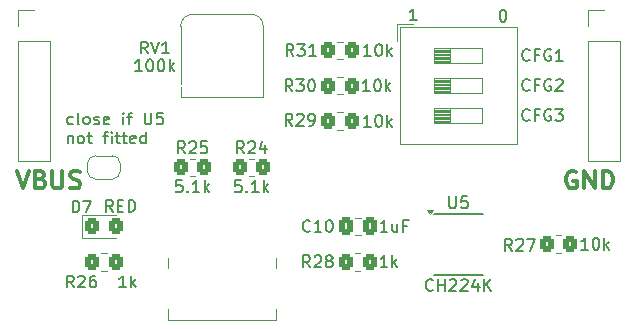
<source format=gto>
%TF.GenerationSoftware,KiCad,Pcbnew,8.0.4*%
%TF.CreationDate,2025-01-04T18:25:06+00:00*%
%TF.ProjectId,breadboard_usb,62726561-6462-46f6-9172-645f7573622e,rev?*%
%TF.SameCoordinates,Original*%
%TF.FileFunction,Legend,Top*%
%TF.FilePolarity,Positive*%
%FSLAX46Y46*%
G04 Gerber Fmt 4.6, Leading zero omitted, Abs format (unit mm)*
G04 Created by KiCad (PCBNEW 8.0.4) date 2025-01-04 18:25:06*
%MOMM*%
%LPD*%
G01*
G04 APERTURE LIST*
G04 Aperture macros list*
%AMRoundRect*
0 Rectangle with rounded corners*
0 $1 Rounding radius*
0 $2 $3 $4 $5 $6 $7 $8 $9 X,Y pos of 4 corners*
0 Add a 4 corners polygon primitive as box body*
4,1,4,$2,$3,$4,$5,$6,$7,$8,$9,$2,$3,0*
0 Add four circle primitives for the rounded corners*
1,1,$1+$1,$2,$3*
1,1,$1+$1,$4,$5*
1,1,$1+$1,$6,$7*
1,1,$1+$1,$8,$9*
0 Add four rect primitives between the rounded corners*
20,1,$1+$1,$2,$3,$4,$5,0*
20,1,$1+$1,$4,$5,$6,$7,0*
20,1,$1+$1,$6,$7,$8,$9,0*
20,1,$1+$1,$8,$9,$2,$3,0*%
%AMFreePoly0*
4,1,19,0.500000,-0.750000,0.000000,-0.750000,0.000000,-0.744911,-0.071157,-0.744911,-0.207708,-0.704816,-0.327430,-0.627875,-0.420627,-0.520320,-0.479746,-0.390866,-0.500000,-0.250000,-0.500000,0.250000,-0.479746,0.390866,-0.420627,0.520320,-0.327430,0.627875,-0.207708,0.704816,-0.071157,0.744911,0.000000,0.744911,0.000000,0.750000,0.500000,0.750000,0.500000,-0.750000,0.500000,-0.750000,
$1*%
%AMFreePoly1*
4,1,19,0.000000,0.744911,0.071157,0.744911,0.207708,0.704816,0.327430,0.627875,0.420627,0.520320,0.479746,0.390866,0.500000,0.250000,0.500000,-0.250000,0.479746,-0.390866,0.420627,-0.520320,0.327430,-0.627875,0.207708,-0.704816,0.071157,-0.744911,0.000000,-0.744911,0.000000,-0.750000,-0.500000,-0.750000,-0.500000,0.750000,0.000000,0.750000,0.000000,0.744911,0.000000,0.744911,
$1*%
G04 Aperture macros list end*
%ADD10C,0.200000*%
%ADD11C,0.300000*%
%ADD12C,0.150000*%
%ADD13C,0.120000*%
%ADD14C,0.100000*%
%ADD15RoundRect,0.250000X0.350000X0.450000X-0.350000X0.450000X-0.350000X-0.450000X0.350000X-0.450000X0*%
%ADD16FreePoly0,180.000000*%
%ADD17FreePoly1,180.000000*%
%ADD18RoundRect,0.250000X0.337500X0.475000X-0.337500X0.475000X-0.337500X-0.475000X0.337500X-0.475000X0*%
%ADD19R,1.600000X1.600000*%
%ADD20O,1.600000X1.600000*%
%ADD21O,2.000000X3.000000*%
%ADD22R,2.300000X3.200000*%
%ADD23R,1.100000X0.510000*%
%ADD24R,1.700000X1.700000*%
%ADD25O,1.700000X1.700000*%
%ADD26RoundRect,0.250000X-0.325000X-0.450000X0.325000X-0.450000X0.325000X0.450000X-0.325000X0.450000X0*%
%ADD27RoundRect,0.250000X-0.350000X-0.450000X0.350000X-0.450000X0.350000X0.450000X-0.350000X0.450000X0*%
%ADD28C,1.800000*%
%ADD29O,0.600000X1.700000*%
%ADD30C,0.650000*%
%ADD31R,0.600000X2.000000*%
%ADD32R,0.300000X2.000000*%
%ADD33O,1.300000X1.900000*%
G04 APERTURE END LIST*
D10*
X94041101Y-57436980D02*
X93993482Y-57484600D01*
X93993482Y-57484600D02*
X93850625Y-57532219D01*
X93850625Y-57532219D02*
X93755387Y-57532219D01*
X93755387Y-57532219D02*
X93612530Y-57484600D01*
X93612530Y-57484600D02*
X93517292Y-57389361D01*
X93517292Y-57389361D02*
X93469673Y-57294123D01*
X93469673Y-57294123D02*
X93422054Y-57103647D01*
X93422054Y-57103647D02*
X93422054Y-56960790D01*
X93422054Y-56960790D02*
X93469673Y-56770314D01*
X93469673Y-56770314D02*
X93517292Y-56675076D01*
X93517292Y-56675076D02*
X93612530Y-56579838D01*
X93612530Y-56579838D02*
X93755387Y-56532219D01*
X93755387Y-56532219D02*
X93850625Y-56532219D01*
X93850625Y-56532219D02*
X93993482Y-56579838D01*
X93993482Y-56579838D02*
X94041101Y-56627457D01*
X94803006Y-57008409D02*
X94469673Y-57008409D01*
X94469673Y-57532219D02*
X94469673Y-56532219D01*
X94469673Y-56532219D02*
X94945863Y-56532219D01*
X95850625Y-56579838D02*
X95755387Y-56532219D01*
X95755387Y-56532219D02*
X95612530Y-56532219D01*
X95612530Y-56532219D02*
X95469673Y-56579838D01*
X95469673Y-56579838D02*
X95374435Y-56675076D01*
X95374435Y-56675076D02*
X95326816Y-56770314D01*
X95326816Y-56770314D02*
X95279197Y-56960790D01*
X95279197Y-56960790D02*
X95279197Y-57103647D01*
X95279197Y-57103647D02*
X95326816Y-57294123D01*
X95326816Y-57294123D02*
X95374435Y-57389361D01*
X95374435Y-57389361D02*
X95469673Y-57484600D01*
X95469673Y-57484600D02*
X95612530Y-57532219D01*
X95612530Y-57532219D02*
X95707768Y-57532219D01*
X95707768Y-57532219D02*
X95850625Y-57484600D01*
X95850625Y-57484600D02*
X95898244Y-57436980D01*
X95898244Y-57436980D02*
X95898244Y-57103647D01*
X95898244Y-57103647D02*
X95707768Y-57103647D01*
X96279197Y-56627457D02*
X96326816Y-56579838D01*
X96326816Y-56579838D02*
X96422054Y-56532219D01*
X96422054Y-56532219D02*
X96660149Y-56532219D01*
X96660149Y-56532219D02*
X96755387Y-56579838D01*
X96755387Y-56579838D02*
X96803006Y-56627457D01*
X96803006Y-56627457D02*
X96850625Y-56722695D01*
X96850625Y-56722695D02*
X96850625Y-56817933D01*
X96850625Y-56817933D02*
X96803006Y-56960790D01*
X96803006Y-56960790D02*
X96231578Y-57532219D01*
X96231578Y-57532219D02*
X96850625Y-57532219D01*
D11*
X97974060Y-64349757D02*
X97831203Y-64278328D01*
X97831203Y-64278328D02*
X97616917Y-64278328D01*
X97616917Y-64278328D02*
X97402631Y-64349757D01*
X97402631Y-64349757D02*
X97259774Y-64492614D01*
X97259774Y-64492614D02*
X97188345Y-64635471D01*
X97188345Y-64635471D02*
X97116917Y-64921185D01*
X97116917Y-64921185D02*
X97116917Y-65135471D01*
X97116917Y-65135471D02*
X97188345Y-65421185D01*
X97188345Y-65421185D02*
X97259774Y-65564042D01*
X97259774Y-65564042D02*
X97402631Y-65706900D01*
X97402631Y-65706900D02*
X97616917Y-65778328D01*
X97616917Y-65778328D02*
X97759774Y-65778328D01*
X97759774Y-65778328D02*
X97974060Y-65706900D01*
X97974060Y-65706900D02*
X98045488Y-65635471D01*
X98045488Y-65635471D02*
X98045488Y-65135471D01*
X98045488Y-65135471D02*
X97759774Y-65135471D01*
X98688345Y-65778328D02*
X98688345Y-64278328D01*
X98688345Y-64278328D02*
X99545488Y-65778328D01*
X99545488Y-65778328D02*
X99545488Y-64278328D01*
X100259774Y-65778328D02*
X100259774Y-64278328D01*
X100259774Y-64278328D02*
X100616917Y-64278328D01*
X100616917Y-64278328D02*
X100831203Y-64349757D01*
X100831203Y-64349757D02*
X100974060Y-64492614D01*
X100974060Y-64492614D02*
X101045489Y-64635471D01*
X101045489Y-64635471D02*
X101116917Y-64921185D01*
X101116917Y-64921185D02*
X101116917Y-65135471D01*
X101116917Y-65135471D02*
X101045489Y-65421185D01*
X101045489Y-65421185D02*
X100974060Y-65564042D01*
X100974060Y-65564042D02*
X100831203Y-65706900D01*
X100831203Y-65706900D02*
X100616917Y-65778328D01*
X100616917Y-65778328D02*
X100259774Y-65778328D01*
D10*
X84485714Y-51552219D02*
X83914286Y-51552219D01*
X84200000Y-51552219D02*
X84200000Y-50552219D01*
X84200000Y-50552219D02*
X84104762Y-50695076D01*
X84104762Y-50695076D02*
X84009524Y-50790314D01*
X84009524Y-50790314D02*
X83914286Y-50837933D01*
X91752381Y-50652219D02*
X91847619Y-50652219D01*
X91847619Y-50652219D02*
X91942857Y-50699838D01*
X91942857Y-50699838D02*
X91990476Y-50747457D01*
X91990476Y-50747457D02*
X92038095Y-50842695D01*
X92038095Y-50842695D02*
X92085714Y-51033171D01*
X92085714Y-51033171D02*
X92085714Y-51271266D01*
X92085714Y-51271266D02*
X92038095Y-51461742D01*
X92038095Y-51461742D02*
X91990476Y-51556980D01*
X91990476Y-51556980D02*
X91942857Y-51604600D01*
X91942857Y-51604600D02*
X91847619Y-51652219D01*
X91847619Y-51652219D02*
X91752381Y-51652219D01*
X91752381Y-51652219D02*
X91657143Y-51604600D01*
X91657143Y-51604600D02*
X91609524Y-51556980D01*
X91609524Y-51556980D02*
X91561905Y-51461742D01*
X91561905Y-51461742D02*
X91514286Y-51271266D01*
X91514286Y-51271266D02*
X91514286Y-51033171D01*
X91514286Y-51033171D02*
X91561905Y-50842695D01*
X91561905Y-50842695D02*
X91609524Y-50747457D01*
X91609524Y-50747457D02*
X91657143Y-50699838D01*
X91657143Y-50699838D02*
X91752381Y-50652219D01*
D12*
X55365350Y-60312256D02*
X55270112Y-60359875D01*
X55270112Y-60359875D02*
X55079636Y-60359875D01*
X55079636Y-60359875D02*
X54984398Y-60312256D01*
X54984398Y-60312256D02*
X54936779Y-60264636D01*
X54936779Y-60264636D02*
X54889160Y-60169398D01*
X54889160Y-60169398D02*
X54889160Y-59883684D01*
X54889160Y-59883684D02*
X54936779Y-59788446D01*
X54936779Y-59788446D02*
X54984398Y-59740827D01*
X54984398Y-59740827D02*
X55079636Y-59693208D01*
X55079636Y-59693208D02*
X55270112Y-59693208D01*
X55270112Y-59693208D02*
X55365350Y-59740827D01*
X55936779Y-60359875D02*
X55841541Y-60312256D01*
X55841541Y-60312256D02*
X55793922Y-60217017D01*
X55793922Y-60217017D02*
X55793922Y-59359875D01*
X56460589Y-60359875D02*
X56365351Y-60312256D01*
X56365351Y-60312256D02*
X56317732Y-60264636D01*
X56317732Y-60264636D02*
X56270113Y-60169398D01*
X56270113Y-60169398D02*
X56270113Y-59883684D01*
X56270113Y-59883684D02*
X56317732Y-59788446D01*
X56317732Y-59788446D02*
X56365351Y-59740827D01*
X56365351Y-59740827D02*
X56460589Y-59693208D01*
X56460589Y-59693208D02*
X56603446Y-59693208D01*
X56603446Y-59693208D02*
X56698684Y-59740827D01*
X56698684Y-59740827D02*
X56746303Y-59788446D01*
X56746303Y-59788446D02*
X56793922Y-59883684D01*
X56793922Y-59883684D02*
X56793922Y-60169398D01*
X56793922Y-60169398D02*
X56746303Y-60264636D01*
X56746303Y-60264636D02*
X56698684Y-60312256D01*
X56698684Y-60312256D02*
X56603446Y-60359875D01*
X56603446Y-60359875D02*
X56460589Y-60359875D01*
X57174875Y-60312256D02*
X57270113Y-60359875D01*
X57270113Y-60359875D02*
X57460589Y-60359875D01*
X57460589Y-60359875D02*
X57555827Y-60312256D01*
X57555827Y-60312256D02*
X57603446Y-60217017D01*
X57603446Y-60217017D02*
X57603446Y-60169398D01*
X57603446Y-60169398D02*
X57555827Y-60074160D01*
X57555827Y-60074160D02*
X57460589Y-60026541D01*
X57460589Y-60026541D02*
X57317732Y-60026541D01*
X57317732Y-60026541D02*
X57222494Y-59978922D01*
X57222494Y-59978922D02*
X57174875Y-59883684D01*
X57174875Y-59883684D02*
X57174875Y-59836065D01*
X57174875Y-59836065D02*
X57222494Y-59740827D01*
X57222494Y-59740827D02*
X57317732Y-59693208D01*
X57317732Y-59693208D02*
X57460589Y-59693208D01*
X57460589Y-59693208D02*
X57555827Y-59740827D01*
X58412970Y-60312256D02*
X58317732Y-60359875D01*
X58317732Y-60359875D02*
X58127256Y-60359875D01*
X58127256Y-60359875D02*
X58032018Y-60312256D01*
X58032018Y-60312256D02*
X57984399Y-60217017D01*
X57984399Y-60217017D02*
X57984399Y-59836065D01*
X57984399Y-59836065D02*
X58032018Y-59740827D01*
X58032018Y-59740827D02*
X58127256Y-59693208D01*
X58127256Y-59693208D02*
X58317732Y-59693208D01*
X58317732Y-59693208D02*
X58412970Y-59740827D01*
X58412970Y-59740827D02*
X58460589Y-59836065D01*
X58460589Y-59836065D02*
X58460589Y-59931303D01*
X58460589Y-59931303D02*
X57984399Y-60026541D01*
X59651066Y-60359875D02*
X59651066Y-59693208D01*
X59651066Y-59359875D02*
X59603447Y-59407494D01*
X59603447Y-59407494D02*
X59651066Y-59455113D01*
X59651066Y-59455113D02*
X59698685Y-59407494D01*
X59698685Y-59407494D02*
X59651066Y-59359875D01*
X59651066Y-59359875D02*
X59651066Y-59455113D01*
X59984399Y-59693208D02*
X60365351Y-59693208D01*
X60127256Y-60359875D02*
X60127256Y-59502732D01*
X60127256Y-59502732D02*
X60174875Y-59407494D01*
X60174875Y-59407494D02*
X60270113Y-59359875D01*
X60270113Y-59359875D02*
X60365351Y-59359875D01*
X61460590Y-59359875D02*
X61460590Y-60169398D01*
X61460590Y-60169398D02*
X61508209Y-60264636D01*
X61508209Y-60264636D02*
X61555828Y-60312256D01*
X61555828Y-60312256D02*
X61651066Y-60359875D01*
X61651066Y-60359875D02*
X61841542Y-60359875D01*
X61841542Y-60359875D02*
X61936780Y-60312256D01*
X61936780Y-60312256D02*
X61984399Y-60264636D01*
X61984399Y-60264636D02*
X62032018Y-60169398D01*
X62032018Y-60169398D02*
X62032018Y-59359875D01*
X62984399Y-59359875D02*
X62508209Y-59359875D01*
X62508209Y-59359875D02*
X62460590Y-59836065D01*
X62460590Y-59836065D02*
X62508209Y-59788446D01*
X62508209Y-59788446D02*
X62603447Y-59740827D01*
X62603447Y-59740827D02*
X62841542Y-59740827D01*
X62841542Y-59740827D02*
X62936780Y-59788446D01*
X62936780Y-59788446D02*
X62984399Y-59836065D01*
X62984399Y-59836065D02*
X63032018Y-59931303D01*
X63032018Y-59931303D02*
X63032018Y-60169398D01*
X63032018Y-60169398D02*
X62984399Y-60264636D01*
X62984399Y-60264636D02*
X62936780Y-60312256D01*
X62936780Y-60312256D02*
X62841542Y-60359875D01*
X62841542Y-60359875D02*
X62603447Y-60359875D01*
X62603447Y-60359875D02*
X62508209Y-60312256D01*
X62508209Y-60312256D02*
X62460590Y-60264636D01*
X54936779Y-61303152D02*
X54936779Y-61969819D01*
X54936779Y-61398390D02*
X54984398Y-61350771D01*
X54984398Y-61350771D02*
X55079636Y-61303152D01*
X55079636Y-61303152D02*
X55222493Y-61303152D01*
X55222493Y-61303152D02*
X55317731Y-61350771D01*
X55317731Y-61350771D02*
X55365350Y-61446009D01*
X55365350Y-61446009D02*
X55365350Y-61969819D01*
X55984398Y-61969819D02*
X55889160Y-61922200D01*
X55889160Y-61922200D02*
X55841541Y-61874580D01*
X55841541Y-61874580D02*
X55793922Y-61779342D01*
X55793922Y-61779342D02*
X55793922Y-61493628D01*
X55793922Y-61493628D02*
X55841541Y-61398390D01*
X55841541Y-61398390D02*
X55889160Y-61350771D01*
X55889160Y-61350771D02*
X55984398Y-61303152D01*
X55984398Y-61303152D02*
X56127255Y-61303152D01*
X56127255Y-61303152D02*
X56222493Y-61350771D01*
X56222493Y-61350771D02*
X56270112Y-61398390D01*
X56270112Y-61398390D02*
X56317731Y-61493628D01*
X56317731Y-61493628D02*
X56317731Y-61779342D01*
X56317731Y-61779342D02*
X56270112Y-61874580D01*
X56270112Y-61874580D02*
X56222493Y-61922200D01*
X56222493Y-61922200D02*
X56127255Y-61969819D01*
X56127255Y-61969819D02*
X55984398Y-61969819D01*
X56603446Y-61303152D02*
X56984398Y-61303152D01*
X56746303Y-60969819D02*
X56746303Y-61826961D01*
X56746303Y-61826961D02*
X56793922Y-61922200D01*
X56793922Y-61922200D02*
X56889160Y-61969819D01*
X56889160Y-61969819D02*
X56984398Y-61969819D01*
X57936780Y-61303152D02*
X58317732Y-61303152D01*
X58079637Y-61969819D02*
X58079637Y-61112676D01*
X58079637Y-61112676D02*
X58127256Y-61017438D01*
X58127256Y-61017438D02*
X58222494Y-60969819D01*
X58222494Y-60969819D02*
X58317732Y-60969819D01*
X58651066Y-61969819D02*
X58651066Y-61303152D01*
X58651066Y-60969819D02*
X58603447Y-61017438D01*
X58603447Y-61017438D02*
X58651066Y-61065057D01*
X58651066Y-61065057D02*
X58698685Y-61017438D01*
X58698685Y-61017438D02*
X58651066Y-60969819D01*
X58651066Y-60969819D02*
X58651066Y-61065057D01*
X58984399Y-61303152D02*
X59365351Y-61303152D01*
X59127256Y-60969819D02*
X59127256Y-61826961D01*
X59127256Y-61826961D02*
X59174875Y-61922200D01*
X59174875Y-61922200D02*
X59270113Y-61969819D01*
X59270113Y-61969819D02*
X59365351Y-61969819D01*
X59555828Y-61303152D02*
X59936780Y-61303152D01*
X59698685Y-60969819D02*
X59698685Y-61826961D01*
X59698685Y-61826961D02*
X59746304Y-61922200D01*
X59746304Y-61922200D02*
X59841542Y-61969819D01*
X59841542Y-61969819D02*
X59936780Y-61969819D01*
X60651066Y-61922200D02*
X60555828Y-61969819D01*
X60555828Y-61969819D02*
X60365352Y-61969819D01*
X60365352Y-61969819D02*
X60270114Y-61922200D01*
X60270114Y-61922200D02*
X60222495Y-61826961D01*
X60222495Y-61826961D02*
X60222495Y-61446009D01*
X60222495Y-61446009D02*
X60270114Y-61350771D01*
X60270114Y-61350771D02*
X60365352Y-61303152D01*
X60365352Y-61303152D02*
X60555828Y-61303152D01*
X60555828Y-61303152D02*
X60651066Y-61350771D01*
X60651066Y-61350771D02*
X60698685Y-61446009D01*
X60698685Y-61446009D02*
X60698685Y-61541247D01*
X60698685Y-61541247D02*
X60222495Y-61636485D01*
X61555828Y-61969819D02*
X61555828Y-60969819D01*
X61555828Y-61922200D02*
X61460590Y-61969819D01*
X61460590Y-61969819D02*
X61270114Y-61969819D01*
X61270114Y-61969819D02*
X61174876Y-61922200D01*
X61174876Y-61922200D02*
X61127257Y-61874580D01*
X61127257Y-61874580D02*
X61079638Y-61779342D01*
X61079638Y-61779342D02*
X61079638Y-61493628D01*
X61079638Y-61493628D02*
X61127257Y-61398390D01*
X61127257Y-61398390D02*
X61174876Y-61350771D01*
X61174876Y-61350771D02*
X61270114Y-61303152D01*
X61270114Y-61303152D02*
X61460590Y-61303152D01*
X61460590Y-61303152D02*
X61555828Y-61350771D01*
D10*
X94041101Y-54896980D02*
X93993482Y-54944600D01*
X93993482Y-54944600D02*
X93850625Y-54992219D01*
X93850625Y-54992219D02*
X93755387Y-54992219D01*
X93755387Y-54992219D02*
X93612530Y-54944600D01*
X93612530Y-54944600D02*
X93517292Y-54849361D01*
X93517292Y-54849361D02*
X93469673Y-54754123D01*
X93469673Y-54754123D02*
X93422054Y-54563647D01*
X93422054Y-54563647D02*
X93422054Y-54420790D01*
X93422054Y-54420790D02*
X93469673Y-54230314D01*
X93469673Y-54230314D02*
X93517292Y-54135076D01*
X93517292Y-54135076D02*
X93612530Y-54039838D01*
X93612530Y-54039838D02*
X93755387Y-53992219D01*
X93755387Y-53992219D02*
X93850625Y-53992219D01*
X93850625Y-53992219D02*
X93993482Y-54039838D01*
X93993482Y-54039838D02*
X94041101Y-54087457D01*
X94803006Y-54468409D02*
X94469673Y-54468409D01*
X94469673Y-54992219D02*
X94469673Y-53992219D01*
X94469673Y-53992219D02*
X94945863Y-53992219D01*
X95850625Y-54039838D02*
X95755387Y-53992219D01*
X95755387Y-53992219D02*
X95612530Y-53992219D01*
X95612530Y-53992219D02*
X95469673Y-54039838D01*
X95469673Y-54039838D02*
X95374435Y-54135076D01*
X95374435Y-54135076D02*
X95326816Y-54230314D01*
X95326816Y-54230314D02*
X95279197Y-54420790D01*
X95279197Y-54420790D02*
X95279197Y-54563647D01*
X95279197Y-54563647D02*
X95326816Y-54754123D01*
X95326816Y-54754123D02*
X95374435Y-54849361D01*
X95374435Y-54849361D02*
X95469673Y-54944600D01*
X95469673Y-54944600D02*
X95612530Y-54992219D01*
X95612530Y-54992219D02*
X95707768Y-54992219D01*
X95707768Y-54992219D02*
X95850625Y-54944600D01*
X95850625Y-54944600D02*
X95898244Y-54896980D01*
X95898244Y-54896980D02*
X95898244Y-54563647D01*
X95898244Y-54563647D02*
X95707768Y-54563647D01*
X96850625Y-54992219D02*
X96279197Y-54992219D01*
X96564911Y-54992219D02*
X96564911Y-53992219D01*
X96564911Y-53992219D02*
X96469673Y-54135076D01*
X96469673Y-54135076D02*
X96374435Y-54230314D01*
X96374435Y-54230314D02*
X96279197Y-54277933D01*
D11*
X50640225Y-64278328D02*
X51140225Y-65778328D01*
X51140225Y-65778328D02*
X51640225Y-64278328D01*
X52640224Y-64992614D02*
X52854510Y-65064042D01*
X52854510Y-65064042D02*
X52925939Y-65135471D01*
X52925939Y-65135471D02*
X52997367Y-65278328D01*
X52997367Y-65278328D02*
X52997367Y-65492614D01*
X52997367Y-65492614D02*
X52925939Y-65635471D01*
X52925939Y-65635471D02*
X52854510Y-65706900D01*
X52854510Y-65706900D02*
X52711653Y-65778328D01*
X52711653Y-65778328D02*
X52140224Y-65778328D01*
X52140224Y-65778328D02*
X52140224Y-64278328D01*
X52140224Y-64278328D02*
X52640224Y-64278328D01*
X52640224Y-64278328D02*
X52783082Y-64349757D01*
X52783082Y-64349757D02*
X52854510Y-64421185D01*
X52854510Y-64421185D02*
X52925939Y-64564042D01*
X52925939Y-64564042D02*
X52925939Y-64706900D01*
X52925939Y-64706900D02*
X52854510Y-64849757D01*
X52854510Y-64849757D02*
X52783082Y-64921185D01*
X52783082Y-64921185D02*
X52640224Y-64992614D01*
X52640224Y-64992614D02*
X52140224Y-64992614D01*
X53640224Y-64278328D02*
X53640224Y-65492614D01*
X53640224Y-65492614D02*
X53711653Y-65635471D01*
X53711653Y-65635471D02*
X53783082Y-65706900D01*
X53783082Y-65706900D02*
X53925939Y-65778328D01*
X53925939Y-65778328D02*
X54211653Y-65778328D01*
X54211653Y-65778328D02*
X54354510Y-65706900D01*
X54354510Y-65706900D02*
X54425939Y-65635471D01*
X54425939Y-65635471D02*
X54497367Y-65492614D01*
X54497367Y-65492614D02*
X54497367Y-64278328D01*
X55140225Y-65706900D02*
X55354511Y-65778328D01*
X55354511Y-65778328D02*
X55711653Y-65778328D01*
X55711653Y-65778328D02*
X55854511Y-65706900D01*
X55854511Y-65706900D02*
X55925939Y-65635471D01*
X55925939Y-65635471D02*
X55997368Y-65492614D01*
X55997368Y-65492614D02*
X55997368Y-65349757D01*
X55997368Y-65349757D02*
X55925939Y-65206900D01*
X55925939Y-65206900D02*
X55854511Y-65135471D01*
X55854511Y-65135471D02*
X55711653Y-65064042D01*
X55711653Y-65064042D02*
X55425939Y-64992614D01*
X55425939Y-64992614D02*
X55283082Y-64921185D01*
X55283082Y-64921185D02*
X55211653Y-64849757D01*
X55211653Y-64849757D02*
X55140225Y-64706900D01*
X55140225Y-64706900D02*
X55140225Y-64564042D01*
X55140225Y-64564042D02*
X55211653Y-64421185D01*
X55211653Y-64421185D02*
X55283082Y-64349757D01*
X55283082Y-64349757D02*
X55425939Y-64278328D01*
X55425939Y-64278328D02*
X55783082Y-64278328D01*
X55783082Y-64278328D02*
X55997368Y-64349757D01*
D10*
X94041101Y-59976980D02*
X93993482Y-60024600D01*
X93993482Y-60024600D02*
X93850625Y-60072219D01*
X93850625Y-60072219D02*
X93755387Y-60072219D01*
X93755387Y-60072219D02*
X93612530Y-60024600D01*
X93612530Y-60024600D02*
X93517292Y-59929361D01*
X93517292Y-59929361D02*
X93469673Y-59834123D01*
X93469673Y-59834123D02*
X93422054Y-59643647D01*
X93422054Y-59643647D02*
X93422054Y-59500790D01*
X93422054Y-59500790D02*
X93469673Y-59310314D01*
X93469673Y-59310314D02*
X93517292Y-59215076D01*
X93517292Y-59215076D02*
X93612530Y-59119838D01*
X93612530Y-59119838D02*
X93755387Y-59072219D01*
X93755387Y-59072219D02*
X93850625Y-59072219D01*
X93850625Y-59072219D02*
X93993482Y-59119838D01*
X93993482Y-59119838D02*
X94041101Y-59167457D01*
X94803006Y-59548409D02*
X94469673Y-59548409D01*
X94469673Y-60072219D02*
X94469673Y-59072219D01*
X94469673Y-59072219D02*
X94945863Y-59072219D01*
X95850625Y-59119838D02*
X95755387Y-59072219D01*
X95755387Y-59072219D02*
X95612530Y-59072219D01*
X95612530Y-59072219D02*
X95469673Y-59119838D01*
X95469673Y-59119838D02*
X95374435Y-59215076D01*
X95374435Y-59215076D02*
X95326816Y-59310314D01*
X95326816Y-59310314D02*
X95279197Y-59500790D01*
X95279197Y-59500790D02*
X95279197Y-59643647D01*
X95279197Y-59643647D02*
X95326816Y-59834123D01*
X95326816Y-59834123D02*
X95374435Y-59929361D01*
X95374435Y-59929361D02*
X95469673Y-60024600D01*
X95469673Y-60024600D02*
X95612530Y-60072219D01*
X95612530Y-60072219D02*
X95707768Y-60072219D01*
X95707768Y-60072219D02*
X95850625Y-60024600D01*
X95850625Y-60024600D02*
X95898244Y-59976980D01*
X95898244Y-59976980D02*
X95898244Y-59643647D01*
X95898244Y-59643647D02*
X95707768Y-59643647D01*
X96231578Y-59072219D02*
X96850625Y-59072219D01*
X96850625Y-59072219D02*
X96517292Y-59453171D01*
X96517292Y-59453171D02*
X96660149Y-59453171D01*
X96660149Y-59453171D02*
X96755387Y-59500790D01*
X96755387Y-59500790D02*
X96803006Y-59548409D01*
X96803006Y-59548409D02*
X96850625Y-59643647D01*
X96850625Y-59643647D02*
X96850625Y-59881742D01*
X96850625Y-59881742D02*
X96803006Y-59976980D01*
X96803006Y-59976980D02*
X96755387Y-60024600D01*
X96755387Y-60024600D02*
X96660149Y-60072219D01*
X96660149Y-60072219D02*
X96374435Y-60072219D01*
X96374435Y-60072219D02*
X96279197Y-60024600D01*
X96279197Y-60024600D02*
X96231578Y-59976980D01*
D12*
X73957142Y-60454819D02*
X73623809Y-59978628D01*
X73385714Y-60454819D02*
X73385714Y-59454819D01*
X73385714Y-59454819D02*
X73766666Y-59454819D01*
X73766666Y-59454819D02*
X73861904Y-59502438D01*
X73861904Y-59502438D02*
X73909523Y-59550057D01*
X73909523Y-59550057D02*
X73957142Y-59645295D01*
X73957142Y-59645295D02*
X73957142Y-59788152D01*
X73957142Y-59788152D02*
X73909523Y-59883390D01*
X73909523Y-59883390D02*
X73861904Y-59931009D01*
X73861904Y-59931009D02*
X73766666Y-59978628D01*
X73766666Y-59978628D02*
X73385714Y-59978628D01*
X74338095Y-59550057D02*
X74385714Y-59502438D01*
X74385714Y-59502438D02*
X74480952Y-59454819D01*
X74480952Y-59454819D02*
X74719047Y-59454819D01*
X74719047Y-59454819D02*
X74814285Y-59502438D01*
X74814285Y-59502438D02*
X74861904Y-59550057D01*
X74861904Y-59550057D02*
X74909523Y-59645295D01*
X74909523Y-59645295D02*
X74909523Y-59740533D01*
X74909523Y-59740533D02*
X74861904Y-59883390D01*
X74861904Y-59883390D02*
X74290476Y-60454819D01*
X74290476Y-60454819D02*
X74909523Y-60454819D01*
X75385714Y-60454819D02*
X75576190Y-60454819D01*
X75576190Y-60454819D02*
X75671428Y-60407200D01*
X75671428Y-60407200D02*
X75719047Y-60359580D01*
X75719047Y-60359580D02*
X75814285Y-60216723D01*
X75814285Y-60216723D02*
X75861904Y-60026247D01*
X75861904Y-60026247D02*
X75861904Y-59645295D01*
X75861904Y-59645295D02*
X75814285Y-59550057D01*
X75814285Y-59550057D02*
X75766666Y-59502438D01*
X75766666Y-59502438D02*
X75671428Y-59454819D01*
X75671428Y-59454819D02*
X75480952Y-59454819D01*
X75480952Y-59454819D02*
X75385714Y-59502438D01*
X75385714Y-59502438D02*
X75338095Y-59550057D01*
X75338095Y-59550057D02*
X75290476Y-59645295D01*
X75290476Y-59645295D02*
X75290476Y-59883390D01*
X75290476Y-59883390D02*
X75338095Y-59978628D01*
X75338095Y-59978628D02*
X75385714Y-60026247D01*
X75385714Y-60026247D02*
X75480952Y-60073866D01*
X75480952Y-60073866D02*
X75671428Y-60073866D01*
X75671428Y-60073866D02*
X75766666Y-60026247D01*
X75766666Y-60026247D02*
X75814285Y-59978628D01*
X75814285Y-59978628D02*
X75861904Y-59883390D01*
X80604761Y-60554819D02*
X80033333Y-60554819D01*
X80319047Y-60554819D02*
X80319047Y-59554819D01*
X80319047Y-59554819D02*
X80223809Y-59697676D01*
X80223809Y-59697676D02*
X80128571Y-59792914D01*
X80128571Y-59792914D02*
X80033333Y-59840533D01*
X81223809Y-59554819D02*
X81319047Y-59554819D01*
X81319047Y-59554819D02*
X81414285Y-59602438D01*
X81414285Y-59602438D02*
X81461904Y-59650057D01*
X81461904Y-59650057D02*
X81509523Y-59745295D01*
X81509523Y-59745295D02*
X81557142Y-59935771D01*
X81557142Y-59935771D02*
X81557142Y-60173866D01*
X81557142Y-60173866D02*
X81509523Y-60364342D01*
X81509523Y-60364342D02*
X81461904Y-60459580D01*
X81461904Y-60459580D02*
X81414285Y-60507200D01*
X81414285Y-60507200D02*
X81319047Y-60554819D01*
X81319047Y-60554819D02*
X81223809Y-60554819D01*
X81223809Y-60554819D02*
X81128571Y-60507200D01*
X81128571Y-60507200D02*
X81080952Y-60459580D01*
X81080952Y-60459580D02*
X81033333Y-60364342D01*
X81033333Y-60364342D02*
X80985714Y-60173866D01*
X80985714Y-60173866D02*
X80985714Y-59935771D01*
X80985714Y-59935771D02*
X81033333Y-59745295D01*
X81033333Y-59745295D02*
X81080952Y-59650057D01*
X81080952Y-59650057D02*
X81128571Y-59602438D01*
X81128571Y-59602438D02*
X81223809Y-59554819D01*
X81985714Y-60554819D02*
X81985714Y-59554819D01*
X82080952Y-60173866D02*
X82366666Y-60554819D01*
X82366666Y-59888152D02*
X81985714Y-60269104D01*
X64857142Y-62804819D02*
X64523809Y-62328628D01*
X64285714Y-62804819D02*
X64285714Y-61804819D01*
X64285714Y-61804819D02*
X64666666Y-61804819D01*
X64666666Y-61804819D02*
X64761904Y-61852438D01*
X64761904Y-61852438D02*
X64809523Y-61900057D01*
X64809523Y-61900057D02*
X64857142Y-61995295D01*
X64857142Y-61995295D02*
X64857142Y-62138152D01*
X64857142Y-62138152D02*
X64809523Y-62233390D01*
X64809523Y-62233390D02*
X64761904Y-62281009D01*
X64761904Y-62281009D02*
X64666666Y-62328628D01*
X64666666Y-62328628D02*
X64285714Y-62328628D01*
X65238095Y-61900057D02*
X65285714Y-61852438D01*
X65285714Y-61852438D02*
X65380952Y-61804819D01*
X65380952Y-61804819D02*
X65619047Y-61804819D01*
X65619047Y-61804819D02*
X65714285Y-61852438D01*
X65714285Y-61852438D02*
X65761904Y-61900057D01*
X65761904Y-61900057D02*
X65809523Y-61995295D01*
X65809523Y-61995295D02*
X65809523Y-62090533D01*
X65809523Y-62090533D02*
X65761904Y-62233390D01*
X65761904Y-62233390D02*
X65190476Y-62804819D01*
X65190476Y-62804819D02*
X65809523Y-62804819D01*
X66714285Y-61804819D02*
X66238095Y-61804819D01*
X66238095Y-61804819D02*
X66190476Y-62281009D01*
X66190476Y-62281009D02*
X66238095Y-62233390D01*
X66238095Y-62233390D02*
X66333333Y-62185771D01*
X66333333Y-62185771D02*
X66571428Y-62185771D01*
X66571428Y-62185771D02*
X66666666Y-62233390D01*
X66666666Y-62233390D02*
X66714285Y-62281009D01*
X66714285Y-62281009D02*
X66761904Y-62376247D01*
X66761904Y-62376247D02*
X66761904Y-62614342D01*
X66761904Y-62614342D02*
X66714285Y-62709580D01*
X66714285Y-62709580D02*
X66666666Y-62757200D01*
X66666666Y-62757200D02*
X66571428Y-62804819D01*
X66571428Y-62804819D02*
X66333333Y-62804819D01*
X66333333Y-62804819D02*
X66238095Y-62757200D01*
X66238095Y-62757200D02*
X66190476Y-62709580D01*
X64619047Y-65104819D02*
X64142857Y-65104819D01*
X64142857Y-65104819D02*
X64095238Y-65581009D01*
X64095238Y-65581009D02*
X64142857Y-65533390D01*
X64142857Y-65533390D02*
X64238095Y-65485771D01*
X64238095Y-65485771D02*
X64476190Y-65485771D01*
X64476190Y-65485771D02*
X64571428Y-65533390D01*
X64571428Y-65533390D02*
X64619047Y-65581009D01*
X64619047Y-65581009D02*
X64666666Y-65676247D01*
X64666666Y-65676247D02*
X64666666Y-65914342D01*
X64666666Y-65914342D02*
X64619047Y-66009580D01*
X64619047Y-66009580D02*
X64571428Y-66057200D01*
X64571428Y-66057200D02*
X64476190Y-66104819D01*
X64476190Y-66104819D02*
X64238095Y-66104819D01*
X64238095Y-66104819D02*
X64142857Y-66057200D01*
X64142857Y-66057200D02*
X64095238Y-66009580D01*
X65095238Y-66009580D02*
X65142857Y-66057200D01*
X65142857Y-66057200D02*
X65095238Y-66104819D01*
X65095238Y-66104819D02*
X65047619Y-66057200D01*
X65047619Y-66057200D02*
X65095238Y-66009580D01*
X65095238Y-66009580D02*
X65095238Y-66104819D01*
X66095237Y-66104819D02*
X65523809Y-66104819D01*
X65809523Y-66104819D02*
X65809523Y-65104819D01*
X65809523Y-65104819D02*
X65714285Y-65247676D01*
X65714285Y-65247676D02*
X65619047Y-65342914D01*
X65619047Y-65342914D02*
X65523809Y-65390533D01*
X66523809Y-66104819D02*
X66523809Y-65104819D01*
X66619047Y-65723866D02*
X66904761Y-66104819D01*
X66904761Y-65438152D02*
X66523809Y-65819104D01*
X92557142Y-71054819D02*
X92223809Y-70578628D01*
X91985714Y-71054819D02*
X91985714Y-70054819D01*
X91985714Y-70054819D02*
X92366666Y-70054819D01*
X92366666Y-70054819D02*
X92461904Y-70102438D01*
X92461904Y-70102438D02*
X92509523Y-70150057D01*
X92509523Y-70150057D02*
X92557142Y-70245295D01*
X92557142Y-70245295D02*
X92557142Y-70388152D01*
X92557142Y-70388152D02*
X92509523Y-70483390D01*
X92509523Y-70483390D02*
X92461904Y-70531009D01*
X92461904Y-70531009D02*
X92366666Y-70578628D01*
X92366666Y-70578628D02*
X91985714Y-70578628D01*
X92938095Y-70150057D02*
X92985714Y-70102438D01*
X92985714Y-70102438D02*
X93080952Y-70054819D01*
X93080952Y-70054819D02*
X93319047Y-70054819D01*
X93319047Y-70054819D02*
X93414285Y-70102438D01*
X93414285Y-70102438D02*
X93461904Y-70150057D01*
X93461904Y-70150057D02*
X93509523Y-70245295D01*
X93509523Y-70245295D02*
X93509523Y-70340533D01*
X93509523Y-70340533D02*
X93461904Y-70483390D01*
X93461904Y-70483390D02*
X92890476Y-71054819D01*
X92890476Y-71054819D02*
X93509523Y-71054819D01*
X93842857Y-70054819D02*
X94509523Y-70054819D01*
X94509523Y-70054819D02*
X94080952Y-71054819D01*
X99004761Y-70954819D02*
X98433333Y-70954819D01*
X98719047Y-70954819D02*
X98719047Y-69954819D01*
X98719047Y-69954819D02*
X98623809Y-70097676D01*
X98623809Y-70097676D02*
X98528571Y-70192914D01*
X98528571Y-70192914D02*
X98433333Y-70240533D01*
X99623809Y-69954819D02*
X99719047Y-69954819D01*
X99719047Y-69954819D02*
X99814285Y-70002438D01*
X99814285Y-70002438D02*
X99861904Y-70050057D01*
X99861904Y-70050057D02*
X99909523Y-70145295D01*
X99909523Y-70145295D02*
X99957142Y-70335771D01*
X99957142Y-70335771D02*
X99957142Y-70573866D01*
X99957142Y-70573866D02*
X99909523Y-70764342D01*
X99909523Y-70764342D02*
X99861904Y-70859580D01*
X99861904Y-70859580D02*
X99814285Y-70907200D01*
X99814285Y-70907200D02*
X99719047Y-70954819D01*
X99719047Y-70954819D02*
X99623809Y-70954819D01*
X99623809Y-70954819D02*
X99528571Y-70907200D01*
X99528571Y-70907200D02*
X99480952Y-70859580D01*
X99480952Y-70859580D02*
X99433333Y-70764342D01*
X99433333Y-70764342D02*
X99385714Y-70573866D01*
X99385714Y-70573866D02*
X99385714Y-70335771D01*
X99385714Y-70335771D02*
X99433333Y-70145295D01*
X99433333Y-70145295D02*
X99480952Y-70050057D01*
X99480952Y-70050057D02*
X99528571Y-70002438D01*
X99528571Y-70002438D02*
X99623809Y-69954819D01*
X100385714Y-70954819D02*
X100385714Y-69954819D01*
X100480952Y-70573866D02*
X100766666Y-70954819D01*
X100766666Y-70288152D02*
X100385714Y-70669104D01*
X75457142Y-69359580D02*
X75409523Y-69407200D01*
X75409523Y-69407200D02*
X75266666Y-69454819D01*
X75266666Y-69454819D02*
X75171428Y-69454819D01*
X75171428Y-69454819D02*
X75028571Y-69407200D01*
X75028571Y-69407200D02*
X74933333Y-69311961D01*
X74933333Y-69311961D02*
X74885714Y-69216723D01*
X74885714Y-69216723D02*
X74838095Y-69026247D01*
X74838095Y-69026247D02*
X74838095Y-68883390D01*
X74838095Y-68883390D02*
X74885714Y-68692914D01*
X74885714Y-68692914D02*
X74933333Y-68597676D01*
X74933333Y-68597676D02*
X75028571Y-68502438D01*
X75028571Y-68502438D02*
X75171428Y-68454819D01*
X75171428Y-68454819D02*
X75266666Y-68454819D01*
X75266666Y-68454819D02*
X75409523Y-68502438D01*
X75409523Y-68502438D02*
X75457142Y-68550057D01*
X76409523Y-69454819D02*
X75838095Y-69454819D01*
X76123809Y-69454819D02*
X76123809Y-68454819D01*
X76123809Y-68454819D02*
X76028571Y-68597676D01*
X76028571Y-68597676D02*
X75933333Y-68692914D01*
X75933333Y-68692914D02*
X75838095Y-68740533D01*
X77028571Y-68454819D02*
X77123809Y-68454819D01*
X77123809Y-68454819D02*
X77219047Y-68502438D01*
X77219047Y-68502438D02*
X77266666Y-68550057D01*
X77266666Y-68550057D02*
X77314285Y-68645295D01*
X77314285Y-68645295D02*
X77361904Y-68835771D01*
X77361904Y-68835771D02*
X77361904Y-69073866D01*
X77361904Y-69073866D02*
X77314285Y-69264342D01*
X77314285Y-69264342D02*
X77266666Y-69359580D01*
X77266666Y-69359580D02*
X77219047Y-69407200D01*
X77219047Y-69407200D02*
X77123809Y-69454819D01*
X77123809Y-69454819D02*
X77028571Y-69454819D01*
X77028571Y-69454819D02*
X76933333Y-69407200D01*
X76933333Y-69407200D02*
X76885714Y-69359580D01*
X76885714Y-69359580D02*
X76838095Y-69264342D01*
X76838095Y-69264342D02*
X76790476Y-69073866D01*
X76790476Y-69073866D02*
X76790476Y-68835771D01*
X76790476Y-68835771D02*
X76838095Y-68645295D01*
X76838095Y-68645295D02*
X76885714Y-68550057D01*
X76885714Y-68550057D02*
X76933333Y-68502438D01*
X76933333Y-68502438D02*
X77028571Y-68454819D01*
X82004761Y-69454819D02*
X81433333Y-69454819D01*
X81719047Y-69454819D02*
X81719047Y-68454819D01*
X81719047Y-68454819D02*
X81623809Y-68597676D01*
X81623809Y-68597676D02*
X81528571Y-68692914D01*
X81528571Y-68692914D02*
X81433333Y-68740533D01*
X82861904Y-68788152D02*
X82861904Y-69454819D01*
X82433333Y-68788152D02*
X82433333Y-69311961D01*
X82433333Y-69311961D02*
X82480952Y-69407200D01*
X82480952Y-69407200D02*
X82576190Y-69454819D01*
X82576190Y-69454819D02*
X82719047Y-69454819D01*
X82719047Y-69454819D02*
X82814285Y-69407200D01*
X82814285Y-69407200D02*
X82861904Y-69359580D01*
X83671428Y-68931009D02*
X83338095Y-68931009D01*
X83338095Y-69454819D02*
X83338095Y-68454819D01*
X83338095Y-68454819D02*
X83814285Y-68454819D01*
X87238095Y-66454819D02*
X87238095Y-67264342D01*
X87238095Y-67264342D02*
X87285714Y-67359580D01*
X87285714Y-67359580D02*
X87333333Y-67407200D01*
X87333333Y-67407200D02*
X87428571Y-67454819D01*
X87428571Y-67454819D02*
X87619047Y-67454819D01*
X87619047Y-67454819D02*
X87714285Y-67407200D01*
X87714285Y-67407200D02*
X87761904Y-67359580D01*
X87761904Y-67359580D02*
X87809523Y-67264342D01*
X87809523Y-67264342D02*
X87809523Y-66454819D01*
X88761904Y-66454819D02*
X88285714Y-66454819D01*
X88285714Y-66454819D02*
X88238095Y-66931009D01*
X88238095Y-66931009D02*
X88285714Y-66883390D01*
X88285714Y-66883390D02*
X88380952Y-66835771D01*
X88380952Y-66835771D02*
X88619047Y-66835771D01*
X88619047Y-66835771D02*
X88714285Y-66883390D01*
X88714285Y-66883390D02*
X88761904Y-66931009D01*
X88761904Y-66931009D02*
X88809523Y-67026247D01*
X88809523Y-67026247D02*
X88809523Y-67264342D01*
X88809523Y-67264342D02*
X88761904Y-67359580D01*
X88761904Y-67359580D02*
X88714285Y-67407200D01*
X88714285Y-67407200D02*
X88619047Y-67454819D01*
X88619047Y-67454819D02*
X88380952Y-67454819D01*
X88380952Y-67454819D02*
X88285714Y-67407200D01*
X88285714Y-67407200D02*
X88238095Y-67359580D01*
X85857142Y-74359580D02*
X85809523Y-74407200D01*
X85809523Y-74407200D02*
X85666666Y-74454819D01*
X85666666Y-74454819D02*
X85571428Y-74454819D01*
X85571428Y-74454819D02*
X85428571Y-74407200D01*
X85428571Y-74407200D02*
X85333333Y-74311961D01*
X85333333Y-74311961D02*
X85285714Y-74216723D01*
X85285714Y-74216723D02*
X85238095Y-74026247D01*
X85238095Y-74026247D02*
X85238095Y-73883390D01*
X85238095Y-73883390D02*
X85285714Y-73692914D01*
X85285714Y-73692914D02*
X85333333Y-73597676D01*
X85333333Y-73597676D02*
X85428571Y-73502438D01*
X85428571Y-73502438D02*
X85571428Y-73454819D01*
X85571428Y-73454819D02*
X85666666Y-73454819D01*
X85666666Y-73454819D02*
X85809523Y-73502438D01*
X85809523Y-73502438D02*
X85857142Y-73550057D01*
X86285714Y-74454819D02*
X86285714Y-73454819D01*
X86285714Y-73931009D02*
X86857142Y-73931009D01*
X86857142Y-74454819D02*
X86857142Y-73454819D01*
X87285714Y-73550057D02*
X87333333Y-73502438D01*
X87333333Y-73502438D02*
X87428571Y-73454819D01*
X87428571Y-73454819D02*
X87666666Y-73454819D01*
X87666666Y-73454819D02*
X87761904Y-73502438D01*
X87761904Y-73502438D02*
X87809523Y-73550057D01*
X87809523Y-73550057D02*
X87857142Y-73645295D01*
X87857142Y-73645295D02*
X87857142Y-73740533D01*
X87857142Y-73740533D02*
X87809523Y-73883390D01*
X87809523Y-73883390D02*
X87238095Y-74454819D01*
X87238095Y-74454819D02*
X87857142Y-74454819D01*
X88238095Y-73550057D02*
X88285714Y-73502438D01*
X88285714Y-73502438D02*
X88380952Y-73454819D01*
X88380952Y-73454819D02*
X88619047Y-73454819D01*
X88619047Y-73454819D02*
X88714285Y-73502438D01*
X88714285Y-73502438D02*
X88761904Y-73550057D01*
X88761904Y-73550057D02*
X88809523Y-73645295D01*
X88809523Y-73645295D02*
X88809523Y-73740533D01*
X88809523Y-73740533D02*
X88761904Y-73883390D01*
X88761904Y-73883390D02*
X88190476Y-74454819D01*
X88190476Y-74454819D02*
X88809523Y-74454819D01*
X89666666Y-73788152D02*
X89666666Y-74454819D01*
X89428571Y-73407200D02*
X89190476Y-74121485D01*
X89190476Y-74121485D02*
X89809523Y-74121485D01*
X90190476Y-74454819D02*
X90190476Y-73454819D01*
X90761904Y-74454819D02*
X90333333Y-73883390D01*
X90761904Y-73454819D02*
X90190476Y-74026247D01*
X73957142Y-57554819D02*
X73623809Y-57078628D01*
X73385714Y-57554819D02*
X73385714Y-56554819D01*
X73385714Y-56554819D02*
X73766666Y-56554819D01*
X73766666Y-56554819D02*
X73861904Y-56602438D01*
X73861904Y-56602438D02*
X73909523Y-56650057D01*
X73909523Y-56650057D02*
X73957142Y-56745295D01*
X73957142Y-56745295D02*
X73957142Y-56888152D01*
X73957142Y-56888152D02*
X73909523Y-56983390D01*
X73909523Y-56983390D02*
X73861904Y-57031009D01*
X73861904Y-57031009D02*
X73766666Y-57078628D01*
X73766666Y-57078628D02*
X73385714Y-57078628D01*
X74290476Y-56554819D02*
X74909523Y-56554819D01*
X74909523Y-56554819D02*
X74576190Y-56935771D01*
X74576190Y-56935771D02*
X74719047Y-56935771D01*
X74719047Y-56935771D02*
X74814285Y-56983390D01*
X74814285Y-56983390D02*
X74861904Y-57031009D01*
X74861904Y-57031009D02*
X74909523Y-57126247D01*
X74909523Y-57126247D02*
X74909523Y-57364342D01*
X74909523Y-57364342D02*
X74861904Y-57459580D01*
X74861904Y-57459580D02*
X74814285Y-57507200D01*
X74814285Y-57507200D02*
X74719047Y-57554819D01*
X74719047Y-57554819D02*
X74433333Y-57554819D01*
X74433333Y-57554819D02*
X74338095Y-57507200D01*
X74338095Y-57507200D02*
X74290476Y-57459580D01*
X75528571Y-56554819D02*
X75623809Y-56554819D01*
X75623809Y-56554819D02*
X75719047Y-56602438D01*
X75719047Y-56602438D02*
X75766666Y-56650057D01*
X75766666Y-56650057D02*
X75814285Y-56745295D01*
X75814285Y-56745295D02*
X75861904Y-56935771D01*
X75861904Y-56935771D02*
X75861904Y-57173866D01*
X75861904Y-57173866D02*
X75814285Y-57364342D01*
X75814285Y-57364342D02*
X75766666Y-57459580D01*
X75766666Y-57459580D02*
X75719047Y-57507200D01*
X75719047Y-57507200D02*
X75623809Y-57554819D01*
X75623809Y-57554819D02*
X75528571Y-57554819D01*
X75528571Y-57554819D02*
X75433333Y-57507200D01*
X75433333Y-57507200D02*
X75385714Y-57459580D01*
X75385714Y-57459580D02*
X75338095Y-57364342D01*
X75338095Y-57364342D02*
X75290476Y-57173866D01*
X75290476Y-57173866D02*
X75290476Y-56935771D01*
X75290476Y-56935771D02*
X75338095Y-56745295D01*
X75338095Y-56745295D02*
X75385714Y-56650057D01*
X75385714Y-56650057D02*
X75433333Y-56602438D01*
X75433333Y-56602438D02*
X75528571Y-56554819D01*
X80504761Y-57554819D02*
X79933333Y-57554819D01*
X80219047Y-57554819D02*
X80219047Y-56554819D01*
X80219047Y-56554819D02*
X80123809Y-56697676D01*
X80123809Y-56697676D02*
X80028571Y-56792914D01*
X80028571Y-56792914D02*
X79933333Y-56840533D01*
X81123809Y-56554819D02*
X81219047Y-56554819D01*
X81219047Y-56554819D02*
X81314285Y-56602438D01*
X81314285Y-56602438D02*
X81361904Y-56650057D01*
X81361904Y-56650057D02*
X81409523Y-56745295D01*
X81409523Y-56745295D02*
X81457142Y-56935771D01*
X81457142Y-56935771D02*
X81457142Y-57173866D01*
X81457142Y-57173866D02*
X81409523Y-57364342D01*
X81409523Y-57364342D02*
X81361904Y-57459580D01*
X81361904Y-57459580D02*
X81314285Y-57507200D01*
X81314285Y-57507200D02*
X81219047Y-57554819D01*
X81219047Y-57554819D02*
X81123809Y-57554819D01*
X81123809Y-57554819D02*
X81028571Y-57507200D01*
X81028571Y-57507200D02*
X80980952Y-57459580D01*
X80980952Y-57459580D02*
X80933333Y-57364342D01*
X80933333Y-57364342D02*
X80885714Y-57173866D01*
X80885714Y-57173866D02*
X80885714Y-56935771D01*
X80885714Y-56935771D02*
X80933333Y-56745295D01*
X80933333Y-56745295D02*
X80980952Y-56650057D01*
X80980952Y-56650057D02*
X81028571Y-56602438D01*
X81028571Y-56602438D02*
X81123809Y-56554819D01*
X81885714Y-57554819D02*
X81885714Y-56554819D01*
X81980952Y-57173866D02*
X82266666Y-57554819D01*
X82266666Y-56888152D02*
X81885714Y-57269104D01*
X55361905Y-67804819D02*
X55361905Y-66804819D01*
X55361905Y-66804819D02*
X55600000Y-66804819D01*
X55600000Y-66804819D02*
X55742857Y-66852438D01*
X55742857Y-66852438D02*
X55838095Y-66947676D01*
X55838095Y-66947676D02*
X55885714Y-67042914D01*
X55885714Y-67042914D02*
X55933333Y-67233390D01*
X55933333Y-67233390D02*
X55933333Y-67376247D01*
X55933333Y-67376247D02*
X55885714Y-67566723D01*
X55885714Y-67566723D02*
X55838095Y-67661961D01*
X55838095Y-67661961D02*
X55742857Y-67757200D01*
X55742857Y-67757200D02*
X55600000Y-67804819D01*
X55600000Y-67804819D02*
X55361905Y-67804819D01*
X56266667Y-66804819D02*
X56933333Y-66804819D01*
X56933333Y-66804819D02*
X56504762Y-67804819D01*
X58757142Y-67754819D02*
X58423809Y-67278628D01*
X58185714Y-67754819D02*
X58185714Y-66754819D01*
X58185714Y-66754819D02*
X58566666Y-66754819D01*
X58566666Y-66754819D02*
X58661904Y-66802438D01*
X58661904Y-66802438D02*
X58709523Y-66850057D01*
X58709523Y-66850057D02*
X58757142Y-66945295D01*
X58757142Y-66945295D02*
X58757142Y-67088152D01*
X58757142Y-67088152D02*
X58709523Y-67183390D01*
X58709523Y-67183390D02*
X58661904Y-67231009D01*
X58661904Y-67231009D02*
X58566666Y-67278628D01*
X58566666Y-67278628D02*
X58185714Y-67278628D01*
X59185714Y-67231009D02*
X59519047Y-67231009D01*
X59661904Y-67754819D02*
X59185714Y-67754819D01*
X59185714Y-67754819D02*
X59185714Y-66754819D01*
X59185714Y-66754819D02*
X59661904Y-66754819D01*
X60090476Y-67754819D02*
X60090476Y-66754819D01*
X60090476Y-66754819D02*
X60328571Y-66754819D01*
X60328571Y-66754819D02*
X60471428Y-66802438D01*
X60471428Y-66802438D02*
X60566666Y-66897676D01*
X60566666Y-66897676D02*
X60614285Y-66992914D01*
X60614285Y-66992914D02*
X60661904Y-67183390D01*
X60661904Y-67183390D02*
X60661904Y-67326247D01*
X60661904Y-67326247D02*
X60614285Y-67516723D01*
X60614285Y-67516723D02*
X60566666Y-67611961D01*
X60566666Y-67611961D02*
X60471428Y-67707200D01*
X60471428Y-67707200D02*
X60328571Y-67754819D01*
X60328571Y-67754819D02*
X60090476Y-67754819D01*
X69857142Y-62804819D02*
X69523809Y-62328628D01*
X69285714Y-62804819D02*
X69285714Y-61804819D01*
X69285714Y-61804819D02*
X69666666Y-61804819D01*
X69666666Y-61804819D02*
X69761904Y-61852438D01*
X69761904Y-61852438D02*
X69809523Y-61900057D01*
X69809523Y-61900057D02*
X69857142Y-61995295D01*
X69857142Y-61995295D02*
X69857142Y-62138152D01*
X69857142Y-62138152D02*
X69809523Y-62233390D01*
X69809523Y-62233390D02*
X69761904Y-62281009D01*
X69761904Y-62281009D02*
X69666666Y-62328628D01*
X69666666Y-62328628D02*
X69285714Y-62328628D01*
X70238095Y-61900057D02*
X70285714Y-61852438D01*
X70285714Y-61852438D02*
X70380952Y-61804819D01*
X70380952Y-61804819D02*
X70619047Y-61804819D01*
X70619047Y-61804819D02*
X70714285Y-61852438D01*
X70714285Y-61852438D02*
X70761904Y-61900057D01*
X70761904Y-61900057D02*
X70809523Y-61995295D01*
X70809523Y-61995295D02*
X70809523Y-62090533D01*
X70809523Y-62090533D02*
X70761904Y-62233390D01*
X70761904Y-62233390D02*
X70190476Y-62804819D01*
X70190476Y-62804819D02*
X70809523Y-62804819D01*
X71666666Y-62138152D02*
X71666666Y-62804819D01*
X71428571Y-61757200D02*
X71190476Y-62471485D01*
X71190476Y-62471485D02*
X71809523Y-62471485D01*
X69619047Y-65104819D02*
X69142857Y-65104819D01*
X69142857Y-65104819D02*
X69095238Y-65581009D01*
X69095238Y-65581009D02*
X69142857Y-65533390D01*
X69142857Y-65533390D02*
X69238095Y-65485771D01*
X69238095Y-65485771D02*
X69476190Y-65485771D01*
X69476190Y-65485771D02*
X69571428Y-65533390D01*
X69571428Y-65533390D02*
X69619047Y-65581009D01*
X69619047Y-65581009D02*
X69666666Y-65676247D01*
X69666666Y-65676247D02*
X69666666Y-65914342D01*
X69666666Y-65914342D02*
X69619047Y-66009580D01*
X69619047Y-66009580D02*
X69571428Y-66057200D01*
X69571428Y-66057200D02*
X69476190Y-66104819D01*
X69476190Y-66104819D02*
X69238095Y-66104819D01*
X69238095Y-66104819D02*
X69142857Y-66057200D01*
X69142857Y-66057200D02*
X69095238Y-66009580D01*
X70095238Y-66009580D02*
X70142857Y-66057200D01*
X70142857Y-66057200D02*
X70095238Y-66104819D01*
X70095238Y-66104819D02*
X70047619Y-66057200D01*
X70047619Y-66057200D02*
X70095238Y-66009580D01*
X70095238Y-66009580D02*
X70095238Y-66104819D01*
X71095237Y-66104819D02*
X70523809Y-66104819D01*
X70809523Y-66104819D02*
X70809523Y-65104819D01*
X70809523Y-65104819D02*
X70714285Y-65247676D01*
X70714285Y-65247676D02*
X70619047Y-65342914D01*
X70619047Y-65342914D02*
X70523809Y-65390533D01*
X71523809Y-66104819D02*
X71523809Y-65104819D01*
X71619047Y-65723866D02*
X71904761Y-66104819D01*
X71904761Y-65438152D02*
X71523809Y-65819104D01*
X55457142Y-74154819D02*
X55123809Y-73678628D01*
X54885714Y-74154819D02*
X54885714Y-73154819D01*
X54885714Y-73154819D02*
X55266666Y-73154819D01*
X55266666Y-73154819D02*
X55361904Y-73202438D01*
X55361904Y-73202438D02*
X55409523Y-73250057D01*
X55409523Y-73250057D02*
X55457142Y-73345295D01*
X55457142Y-73345295D02*
X55457142Y-73488152D01*
X55457142Y-73488152D02*
X55409523Y-73583390D01*
X55409523Y-73583390D02*
X55361904Y-73631009D01*
X55361904Y-73631009D02*
X55266666Y-73678628D01*
X55266666Y-73678628D02*
X54885714Y-73678628D01*
X55838095Y-73250057D02*
X55885714Y-73202438D01*
X55885714Y-73202438D02*
X55980952Y-73154819D01*
X55980952Y-73154819D02*
X56219047Y-73154819D01*
X56219047Y-73154819D02*
X56314285Y-73202438D01*
X56314285Y-73202438D02*
X56361904Y-73250057D01*
X56361904Y-73250057D02*
X56409523Y-73345295D01*
X56409523Y-73345295D02*
X56409523Y-73440533D01*
X56409523Y-73440533D02*
X56361904Y-73583390D01*
X56361904Y-73583390D02*
X55790476Y-74154819D01*
X55790476Y-74154819D02*
X56409523Y-74154819D01*
X57266666Y-73154819D02*
X57076190Y-73154819D01*
X57076190Y-73154819D02*
X56980952Y-73202438D01*
X56980952Y-73202438D02*
X56933333Y-73250057D01*
X56933333Y-73250057D02*
X56838095Y-73392914D01*
X56838095Y-73392914D02*
X56790476Y-73583390D01*
X56790476Y-73583390D02*
X56790476Y-73964342D01*
X56790476Y-73964342D02*
X56838095Y-74059580D01*
X56838095Y-74059580D02*
X56885714Y-74107200D01*
X56885714Y-74107200D02*
X56980952Y-74154819D01*
X56980952Y-74154819D02*
X57171428Y-74154819D01*
X57171428Y-74154819D02*
X57266666Y-74107200D01*
X57266666Y-74107200D02*
X57314285Y-74059580D01*
X57314285Y-74059580D02*
X57361904Y-73964342D01*
X57361904Y-73964342D02*
X57361904Y-73726247D01*
X57361904Y-73726247D02*
X57314285Y-73631009D01*
X57314285Y-73631009D02*
X57266666Y-73583390D01*
X57266666Y-73583390D02*
X57171428Y-73535771D01*
X57171428Y-73535771D02*
X56980952Y-73535771D01*
X56980952Y-73535771D02*
X56885714Y-73583390D01*
X56885714Y-73583390D02*
X56838095Y-73631009D01*
X56838095Y-73631009D02*
X56790476Y-73726247D01*
X59880952Y-74154819D02*
X59309524Y-74154819D01*
X59595238Y-74154819D02*
X59595238Y-73154819D01*
X59595238Y-73154819D02*
X59500000Y-73297676D01*
X59500000Y-73297676D02*
X59404762Y-73392914D01*
X59404762Y-73392914D02*
X59309524Y-73440533D01*
X60309524Y-74154819D02*
X60309524Y-73154819D01*
X60404762Y-73773866D02*
X60690476Y-74154819D01*
X60690476Y-73488152D02*
X60309524Y-73869104D01*
X61704761Y-54354819D02*
X61371428Y-53878628D01*
X61133333Y-54354819D02*
X61133333Y-53354819D01*
X61133333Y-53354819D02*
X61514285Y-53354819D01*
X61514285Y-53354819D02*
X61609523Y-53402438D01*
X61609523Y-53402438D02*
X61657142Y-53450057D01*
X61657142Y-53450057D02*
X61704761Y-53545295D01*
X61704761Y-53545295D02*
X61704761Y-53688152D01*
X61704761Y-53688152D02*
X61657142Y-53783390D01*
X61657142Y-53783390D02*
X61609523Y-53831009D01*
X61609523Y-53831009D02*
X61514285Y-53878628D01*
X61514285Y-53878628D02*
X61133333Y-53878628D01*
X61990476Y-53354819D02*
X62323809Y-54354819D01*
X62323809Y-54354819D02*
X62657142Y-53354819D01*
X63514285Y-54354819D02*
X62942857Y-54354819D01*
X63228571Y-54354819D02*
X63228571Y-53354819D01*
X63228571Y-53354819D02*
X63133333Y-53497676D01*
X63133333Y-53497676D02*
X63038095Y-53592914D01*
X63038095Y-53592914D02*
X62942857Y-53640533D01*
X61228571Y-55854819D02*
X60657143Y-55854819D01*
X60942857Y-55854819D02*
X60942857Y-54854819D01*
X60942857Y-54854819D02*
X60847619Y-54997676D01*
X60847619Y-54997676D02*
X60752381Y-55092914D01*
X60752381Y-55092914D02*
X60657143Y-55140533D01*
X61847619Y-54854819D02*
X61942857Y-54854819D01*
X61942857Y-54854819D02*
X62038095Y-54902438D01*
X62038095Y-54902438D02*
X62085714Y-54950057D01*
X62085714Y-54950057D02*
X62133333Y-55045295D01*
X62133333Y-55045295D02*
X62180952Y-55235771D01*
X62180952Y-55235771D02*
X62180952Y-55473866D01*
X62180952Y-55473866D02*
X62133333Y-55664342D01*
X62133333Y-55664342D02*
X62085714Y-55759580D01*
X62085714Y-55759580D02*
X62038095Y-55807200D01*
X62038095Y-55807200D02*
X61942857Y-55854819D01*
X61942857Y-55854819D02*
X61847619Y-55854819D01*
X61847619Y-55854819D02*
X61752381Y-55807200D01*
X61752381Y-55807200D02*
X61704762Y-55759580D01*
X61704762Y-55759580D02*
X61657143Y-55664342D01*
X61657143Y-55664342D02*
X61609524Y-55473866D01*
X61609524Y-55473866D02*
X61609524Y-55235771D01*
X61609524Y-55235771D02*
X61657143Y-55045295D01*
X61657143Y-55045295D02*
X61704762Y-54950057D01*
X61704762Y-54950057D02*
X61752381Y-54902438D01*
X61752381Y-54902438D02*
X61847619Y-54854819D01*
X62800000Y-54854819D02*
X62895238Y-54854819D01*
X62895238Y-54854819D02*
X62990476Y-54902438D01*
X62990476Y-54902438D02*
X63038095Y-54950057D01*
X63038095Y-54950057D02*
X63085714Y-55045295D01*
X63085714Y-55045295D02*
X63133333Y-55235771D01*
X63133333Y-55235771D02*
X63133333Y-55473866D01*
X63133333Y-55473866D02*
X63085714Y-55664342D01*
X63085714Y-55664342D02*
X63038095Y-55759580D01*
X63038095Y-55759580D02*
X62990476Y-55807200D01*
X62990476Y-55807200D02*
X62895238Y-55854819D01*
X62895238Y-55854819D02*
X62800000Y-55854819D01*
X62800000Y-55854819D02*
X62704762Y-55807200D01*
X62704762Y-55807200D02*
X62657143Y-55759580D01*
X62657143Y-55759580D02*
X62609524Y-55664342D01*
X62609524Y-55664342D02*
X62561905Y-55473866D01*
X62561905Y-55473866D02*
X62561905Y-55235771D01*
X62561905Y-55235771D02*
X62609524Y-55045295D01*
X62609524Y-55045295D02*
X62657143Y-54950057D01*
X62657143Y-54950057D02*
X62704762Y-54902438D01*
X62704762Y-54902438D02*
X62800000Y-54854819D01*
X63561905Y-55854819D02*
X63561905Y-54854819D01*
X63657143Y-55473866D02*
X63942857Y-55854819D01*
X63942857Y-55188152D02*
X63561905Y-55569104D01*
X74057142Y-54554819D02*
X73723809Y-54078628D01*
X73485714Y-54554819D02*
X73485714Y-53554819D01*
X73485714Y-53554819D02*
X73866666Y-53554819D01*
X73866666Y-53554819D02*
X73961904Y-53602438D01*
X73961904Y-53602438D02*
X74009523Y-53650057D01*
X74009523Y-53650057D02*
X74057142Y-53745295D01*
X74057142Y-53745295D02*
X74057142Y-53888152D01*
X74057142Y-53888152D02*
X74009523Y-53983390D01*
X74009523Y-53983390D02*
X73961904Y-54031009D01*
X73961904Y-54031009D02*
X73866666Y-54078628D01*
X73866666Y-54078628D02*
X73485714Y-54078628D01*
X74390476Y-53554819D02*
X75009523Y-53554819D01*
X75009523Y-53554819D02*
X74676190Y-53935771D01*
X74676190Y-53935771D02*
X74819047Y-53935771D01*
X74819047Y-53935771D02*
X74914285Y-53983390D01*
X74914285Y-53983390D02*
X74961904Y-54031009D01*
X74961904Y-54031009D02*
X75009523Y-54126247D01*
X75009523Y-54126247D02*
X75009523Y-54364342D01*
X75009523Y-54364342D02*
X74961904Y-54459580D01*
X74961904Y-54459580D02*
X74914285Y-54507200D01*
X74914285Y-54507200D02*
X74819047Y-54554819D01*
X74819047Y-54554819D02*
X74533333Y-54554819D01*
X74533333Y-54554819D02*
X74438095Y-54507200D01*
X74438095Y-54507200D02*
X74390476Y-54459580D01*
X75961904Y-54554819D02*
X75390476Y-54554819D01*
X75676190Y-54554819D02*
X75676190Y-53554819D01*
X75676190Y-53554819D02*
X75580952Y-53697676D01*
X75580952Y-53697676D02*
X75485714Y-53792914D01*
X75485714Y-53792914D02*
X75390476Y-53840533D01*
X80604761Y-54554819D02*
X80033333Y-54554819D01*
X80319047Y-54554819D02*
X80319047Y-53554819D01*
X80319047Y-53554819D02*
X80223809Y-53697676D01*
X80223809Y-53697676D02*
X80128571Y-53792914D01*
X80128571Y-53792914D02*
X80033333Y-53840533D01*
X81223809Y-53554819D02*
X81319047Y-53554819D01*
X81319047Y-53554819D02*
X81414285Y-53602438D01*
X81414285Y-53602438D02*
X81461904Y-53650057D01*
X81461904Y-53650057D02*
X81509523Y-53745295D01*
X81509523Y-53745295D02*
X81557142Y-53935771D01*
X81557142Y-53935771D02*
X81557142Y-54173866D01*
X81557142Y-54173866D02*
X81509523Y-54364342D01*
X81509523Y-54364342D02*
X81461904Y-54459580D01*
X81461904Y-54459580D02*
X81414285Y-54507200D01*
X81414285Y-54507200D02*
X81319047Y-54554819D01*
X81319047Y-54554819D02*
X81223809Y-54554819D01*
X81223809Y-54554819D02*
X81128571Y-54507200D01*
X81128571Y-54507200D02*
X81080952Y-54459580D01*
X81080952Y-54459580D02*
X81033333Y-54364342D01*
X81033333Y-54364342D02*
X80985714Y-54173866D01*
X80985714Y-54173866D02*
X80985714Y-53935771D01*
X80985714Y-53935771D02*
X81033333Y-53745295D01*
X81033333Y-53745295D02*
X81080952Y-53650057D01*
X81080952Y-53650057D02*
X81128571Y-53602438D01*
X81128571Y-53602438D02*
X81223809Y-53554819D01*
X81985714Y-54554819D02*
X81985714Y-53554819D01*
X82080952Y-54173866D02*
X82366666Y-54554819D01*
X82366666Y-53888152D02*
X81985714Y-54269104D01*
X75457142Y-72454819D02*
X75123809Y-71978628D01*
X74885714Y-72454819D02*
X74885714Y-71454819D01*
X74885714Y-71454819D02*
X75266666Y-71454819D01*
X75266666Y-71454819D02*
X75361904Y-71502438D01*
X75361904Y-71502438D02*
X75409523Y-71550057D01*
X75409523Y-71550057D02*
X75457142Y-71645295D01*
X75457142Y-71645295D02*
X75457142Y-71788152D01*
X75457142Y-71788152D02*
X75409523Y-71883390D01*
X75409523Y-71883390D02*
X75361904Y-71931009D01*
X75361904Y-71931009D02*
X75266666Y-71978628D01*
X75266666Y-71978628D02*
X74885714Y-71978628D01*
X75838095Y-71550057D02*
X75885714Y-71502438D01*
X75885714Y-71502438D02*
X75980952Y-71454819D01*
X75980952Y-71454819D02*
X76219047Y-71454819D01*
X76219047Y-71454819D02*
X76314285Y-71502438D01*
X76314285Y-71502438D02*
X76361904Y-71550057D01*
X76361904Y-71550057D02*
X76409523Y-71645295D01*
X76409523Y-71645295D02*
X76409523Y-71740533D01*
X76409523Y-71740533D02*
X76361904Y-71883390D01*
X76361904Y-71883390D02*
X75790476Y-72454819D01*
X75790476Y-72454819D02*
X76409523Y-72454819D01*
X76980952Y-71883390D02*
X76885714Y-71835771D01*
X76885714Y-71835771D02*
X76838095Y-71788152D01*
X76838095Y-71788152D02*
X76790476Y-71692914D01*
X76790476Y-71692914D02*
X76790476Y-71645295D01*
X76790476Y-71645295D02*
X76838095Y-71550057D01*
X76838095Y-71550057D02*
X76885714Y-71502438D01*
X76885714Y-71502438D02*
X76980952Y-71454819D01*
X76980952Y-71454819D02*
X77171428Y-71454819D01*
X77171428Y-71454819D02*
X77266666Y-71502438D01*
X77266666Y-71502438D02*
X77314285Y-71550057D01*
X77314285Y-71550057D02*
X77361904Y-71645295D01*
X77361904Y-71645295D02*
X77361904Y-71692914D01*
X77361904Y-71692914D02*
X77314285Y-71788152D01*
X77314285Y-71788152D02*
X77266666Y-71835771D01*
X77266666Y-71835771D02*
X77171428Y-71883390D01*
X77171428Y-71883390D02*
X76980952Y-71883390D01*
X76980952Y-71883390D02*
X76885714Y-71931009D01*
X76885714Y-71931009D02*
X76838095Y-71978628D01*
X76838095Y-71978628D02*
X76790476Y-72073866D01*
X76790476Y-72073866D02*
X76790476Y-72264342D01*
X76790476Y-72264342D02*
X76838095Y-72359580D01*
X76838095Y-72359580D02*
X76885714Y-72407200D01*
X76885714Y-72407200D02*
X76980952Y-72454819D01*
X76980952Y-72454819D02*
X77171428Y-72454819D01*
X77171428Y-72454819D02*
X77266666Y-72407200D01*
X77266666Y-72407200D02*
X77314285Y-72359580D01*
X77314285Y-72359580D02*
X77361904Y-72264342D01*
X77361904Y-72264342D02*
X77361904Y-72073866D01*
X77361904Y-72073866D02*
X77314285Y-71978628D01*
X77314285Y-71978628D02*
X77266666Y-71931009D01*
X77266666Y-71931009D02*
X77171428Y-71883390D01*
X82004761Y-72454819D02*
X81433333Y-72454819D01*
X81719047Y-72454819D02*
X81719047Y-71454819D01*
X81719047Y-71454819D02*
X81623809Y-71597676D01*
X81623809Y-71597676D02*
X81528571Y-71692914D01*
X81528571Y-71692914D02*
X81433333Y-71740533D01*
X82433333Y-72454819D02*
X82433333Y-71454819D01*
X82528571Y-72073866D02*
X82814285Y-72454819D01*
X82814285Y-71788152D02*
X82433333Y-72169104D01*
D13*
%TO.C,R29*%
X78227064Y-59345000D02*
X77772936Y-59345000D01*
X78227064Y-60815000D02*
X77772936Y-60815000D01*
%TO.C,R25*%
X65727064Y-63265000D02*
X65272936Y-63265000D01*
X65727064Y-64735000D02*
X65272936Y-64735000D01*
%TO.C,R27*%
X96727064Y-69765000D02*
X96272936Y-69765000D01*
X96727064Y-71235000D02*
X96272936Y-71235000D01*
%TO.C,JP4*%
X56600000Y-64300000D02*
X56600000Y-63700000D01*
X57300000Y-63000000D02*
X58700000Y-63000000D01*
X58700000Y-65000000D02*
X57300000Y-65000000D01*
X59400000Y-63700000D02*
X59400000Y-64300000D01*
X56600000Y-63700000D02*
G75*
G02*
X57300000Y-63000000I700000J0D01*
G01*
X57300000Y-65000000D02*
G75*
G02*
X56600000Y-64300000I0J700000D01*
G01*
X58700000Y-63000000D02*
G75*
G02*
X59400000Y-63700000I1J-699999D01*
G01*
X59400000Y-64300000D02*
G75*
G02*
X58700000Y-65000000I-699999J-1D01*
G01*
%TO.C,C10*%
X79761252Y-68265000D02*
X79238748Y-68265000D01*
X79761252Y-69735000D02*
X79238748Y-69735000D01*
%TO.C,SW3*%
X82810000Y-51880000D02*
X82810000Y-53263000D01*
X82810000Y-51880000D02*
X84194000Y-51880000D01*
X83050000Y-52120000D02*
X83050000Y-62040000D01*
X83050000Y-52120000D02*
X92950000Y-52120000D01*
X83050000Y-62040000D02*
X92950000Y-62040000D01*
X85970000Y-53905000D02*
X85970000Y-55175000D01*
X85970000Y-54025000D02*
X87323333Y-54025000D01*
X85970000Y-54145000D02*
X87323333Y-54145000D01*
X85970000Y-54265000D02*
X87323333Y-54265000D01*
X85970000Y-54385000D02*
X87323333Y-54385000D01*
X85970000Y-54505000D02*
X87323333Y-54505000D01*
X85970000Y-54625000D02*
X87323333Y-54625000D01*
X85970000Y-54745000D02*
X87323333Y-54745000D01*
X85970000Y-54865000D02*
X87323333Y-54865000D01*
X85970000Y-54985000D02*
X87323333Y-54985000D01*
X85970000Y-55105000D02*
X87323333Y-55105000D01*
X85970000Y-55175000D02*
X90030000Y-55175000D01*
X85970000Y-56445000D02*
X85970000Y-57715000D01*
X85970000Y-56565000D02*
X87323333Y-56565000D01*
X85970000Y-56685000D02*
X87323333Y-56685000D01*
X85970000Y-56805000D02*
X87323333Y-56805000D01*
X85970000Y-56925000D02*
X87323333Y-56925000D01*
X85970000Y-57045000D02*
X87323333Y-57045000D01*
X85970000Y-57165000D02*
X87323333Y-57165000D01*
X85970000Y-57285000D02*
X87323333Y-57285000D01*
X85970000Y-57405000D02*
X87323333Y-57405000D01*
X85970000Y-57525000D02*
X87323333Y-57525000D01*
X85970000Y-57645000D02*
X87323333Y-57645000D01*
X85970000Y-57715000D02*
X90030000Y-57715000D01*
X85970000Y-58985000D02*
X85970000Y-60255000D01*
X85970000Y-59105000D02*
X87323333Y-59105000D01*
X85970000Y-59225000D02*
X87323333Y-59225000D01*
X85970000Y-59345000D02*
X87323333Y-59345000D01*
X85970000Y-59465000D02*
X87323333Y-59465000D01*
X85970000Y-59585000D02*
X87323333Y-59585000D01*
X85970000Y-59705000D02*
X87323333Y-59705000D01*
X85970000Y-59825000D02*
X87323333Y-59825000D01*
X85970000Y-59945000D02*
X87323333Y-59945000D01*
X85970000Y-60065000D02*
X87323333Y-60065000D01*
X85970000Y-60185000D02*
X87323333Y-60185000D01*
X85970000Y-60255000D02*
X90030000Y-60255000D01*
X87323333Y-53905000D02*
X87323333Y-55175000D01*
X87323333Y-56445000D02*
X87323333Y-57715000D01*
X87323333Y-58985000D02*
X87323333Y-60255000D01*
X90030000Y-53905000D02*
X85970000Y-53905000D01*
X90030000Y-55175000D02*
X90030000Y-53905000D01*
X90030000Y-56445000D02*
X85970000Y-56445000D01*
X90030000Y-57715000D02*
X90030000Y-56445000D01*
X90030000Y-58985000D02*
X85970000Y-58985000D01*
X90030000Y-60255000D02*
X90030000Y-58985000D01*
X92950000Y-52120000D02*
X92950000Y-62040000D01*
D12*
%TO.C,U5*%
X85930000Y-67930000D02*
X90070000Y-67930000D01*
X85930000Y-73070000D02*
X90070000Y-73070000D01*
D13*
X85600000Y-67973081D02*
X85360000Y-67643081D01*
X85840000Y-67643081D01*
X85600000Y-67973081D01*
G36*
X85600000Y-67973081D02*
G01*
X85360000Y-67643081D01*
X85840000Y-67643081D01*
X85600000Y-67973081D01*
G37*
%TO.C,J17*%
X99030000Y-50670000D02*
X100360000Y-50670000D01*
X99030000Y-52000000D02*
X99030000Y-50670000D01*
X99030000Y-53270000D02*
X99030000Y-63490000D01*
X99030000Y-53270000D02*
X101690000Y-53270000D01*
X99030000Y-63490000D02*
X101690000Y-63490000D01*
X101690000Y-53270000D02*
X101690000Y-63490000D01*
%TO.C,R30*%
X78227064Y-56345000D02*
X77772936Y-56345000D01*
X78227064Y-57815000D02*
X77772936Y-57815000D01*
%TO.C,D7*%
X56140000Y-68040000D02*
X56140000Y-69960000D01*
X56140000Y-69960000D02*
X59000000Y-69960000D01*
X59000000Y-68040000D02*
X56140000Y-68040000D01*
%TO.C,J16*%
X50770000Y-50670000D02*
X52100000Y-50670000D01*
X50770000Y-52000000D02*
X50770000Y-50670000D01*
X50770000Y-53270000D02*
X50770000Y-63490000D01*
X50770000Y-53270000D02*
X53430000Y-53270000D01*
X50770000Y-63490000D02*
X53430000Y-63490000D01*
X53430000Y-53270000D02*
X53430000Y-63490000D01*
%TO.C,R24*%
X70272936Y-63265000D02*
X70727064Y-63265000D01*
X70272936Y-64735000D02*
X70727064Y-64735000D01*
%TO.C,R26*%
X57772936Y-71265000D02*
X58227064Y-71265000D01*
X57772936Y-72735000D02*
X58227064Y-72735000D01*
D14*
%TO.C,RV1*%
X64500000Y-58040000D02*
X64500000Y-52040000D01*
X64500000Y-58040000D02*
X68000000Y-58040000D01*
X65500000Y-51040000D02*
X68000000Y-51040000D01*
X70500000Y-51040000D02*
X68000000Y-51040000D01*
X71500000Y-58040000D02*
X68000000Y-58040000D01*
X71500000Y-58040000D02*
X71500000Y-52040000D01*
X64500000Y-52040000D02*
G75*
G02*
X65500000Y-51040000I999999J1D01*
G01*
X70500000Y-51040000D02*
G75*
G02*
X71500000Y-52040000I0J-1000000D01*
G01*
D13*
%TO.C,R31*%
X78227064Y-53345000D02*
X77772936Y-53345000D01*
X78227064Y-54815000D02*
X77772936Y-54815000D01*
%TO.C,R28*%
X79272936Y-71265000D02*
X79727064Y-71265000D01*
X79272936Y-72735000D02*
X79727064Y-72735000D01*
%TO.C,J18*%
X63420000Y-71633000D02*
X63420000Y-72488000D01*
X63420000Y-76008000D02*
X63420000Y-76958000D01*
X63420000Y-76958000D02*
X72580000Y-76958000D01*
X72580000Y-71633000D02*
X72580000Y-72488000D01*
X72580000Y-76008000D02*
X72580000Y-76958000D01*
%TD*%
%LPC*%
D15*
%TO.C,R29*%
X79000000Y-60080000D03*
X77000000Y-60080000D03*
%TD*%
%TO.C,R25*%
X66500000Y-64000000D03*
X64500000Y-64000000D03*
%TD*%
%TO.C,R27*%
X97500000Y-70500000D03*
X95500000Y-70500000D03*
%TD*%
D16*
%TO.C,JP4*%
X58650000Y-64000000D03*
D17*
X57350000Y-64000000D03*
%TD*%
D18*
%TO.C,C10*%
X80537500Y-69000000D03*
X78462500Y-69000000D03*
%TD*%
D19*
%TO.C,SW3*%
X84190000Y-54540000D03*
D20*
X84190000Y-57080000D03*
X84190000Y-59620000D03*
X91810000Y-59620000D03*
X91810000Y-57080000D03*
X91810000Y-54540000D03*
%TD*%
D21*
%TO.C,U5*%
X88000000Y-70500000D03*
D22*
X88000000Y-70500000D03*
D23*
X85450000Y-68500000D03*
X85450000Y-69500000D03*
X85450000Y-70500000D03*
X85450000Y-71500000D03*
X85450000Y-72500000D03*
X90550000Y-72500000D03*
X90550000Y-71500000D03*
X90550000Y-70500000D03*
X90550000Y-69500000D03*
X90550000Y-68500000D03*
%TD*%
D24*
%TO.C,J17*%
X100360000Y-52000000D03*
D25*
X100360000Y-54540000D03*
X100360000Y-57080000D03*
X100360000Y-59620000D03*
X100360000Y-62160000D03*
%TD*%
D15*
%TO.C,R30*%
X79000000Y-57080000D03*
X77000000Y-57080000D03*
%TD*%
D26*
%TO.C,D7*%
X56975000Y-69000000D03*
X59025000Y-69000000D03*
%TD*%
D24*
%TO.C,J16*%
X52100000Y-52000000D03*
D25*
X52100000Y-54540000D03*
X52100000Y-57080000D03*
X52100000Y-59620000D03*
X52100000Y-62160000D03*
%TD*%
D27*
%TO.C,R24*%
X69500000Y-64000000D03*
X71500000Y-64000000D03*
%TD*%
%TO.C,R26*%
X57000000Y-72000000D03*
X59000000Y-72000000D03*
%TD*%
D28*
%TO.C,RV1*%
X65460000Y-57080000D03*
X68000000Y-52000000D03*
X70540000Y-57080000D03*
%TD*%
D15*
%TO.C,R31*%
X79000000Y-54080000D03*
X77000000Y-54080000D03*
%TD*%
D27*
%TO.C,R28*%
X78500000Y-72000000D03*
X80500000Y-72000000D03*
%TD*%
D29*
%TO.C,J18*%
X63680000Y-70070000D03*
D30*
X65110000Y-70600000D03*
X70890000Y-70600000D03*
D29*
X72320000Y-70070000D03*
D31*
X64750000Y-68880000D03*
X65550000Y-68880000D03*
D32*
X66750000Y-68880000D03*
X67750000Y-68880000D03*
X68250000Y-68880000D03*
X69250000Y-68880000D03*
D31*
X70450000Y-68880000D03*
X71250000Y-68880000D03*
X71250000Y-68880000D03*
X70450000Y-68880000D03*
D32*
X69750000Y-68880000D03*
X68750000Y-68880000D03*
X67250000Y-68880000D03*
X66250000Y-68880000D03*
D31*
X65550000Y-68880000D03*
X64750000Y-68880000D03*
D33*
X63680000Y-74250000D03*
X72320000Y-74250000D03*
%TD*%
%LPD*%
M02*

</source>
